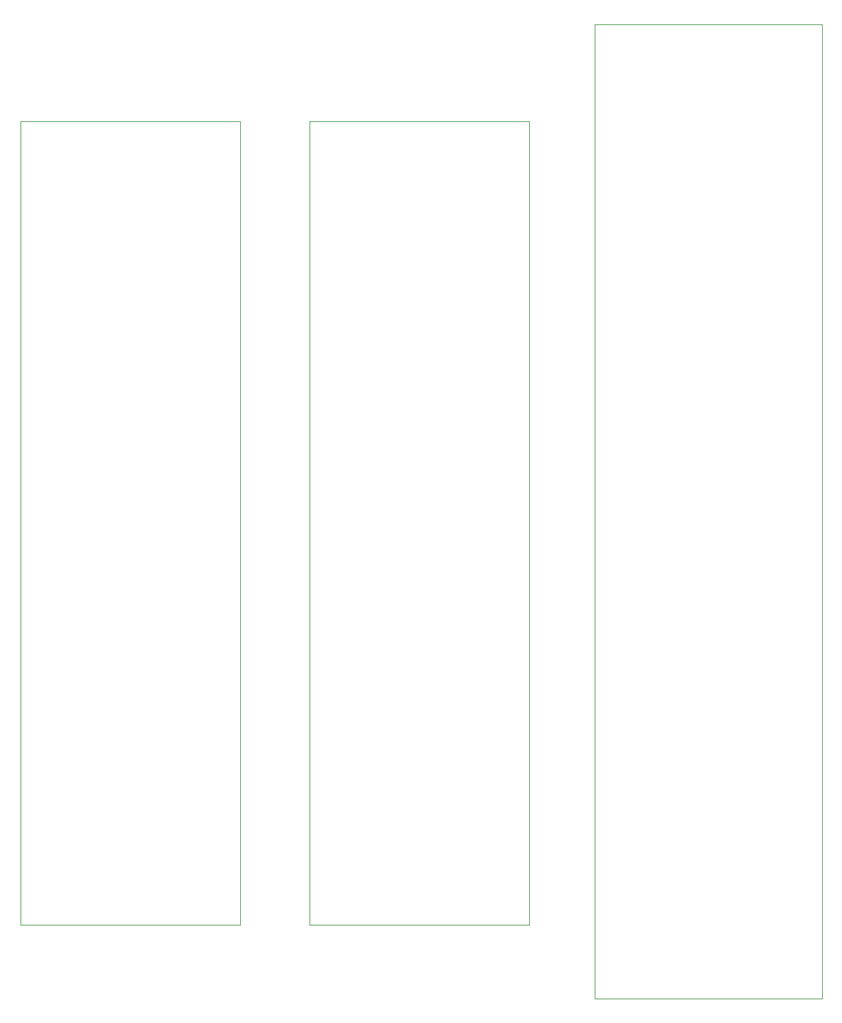
<source format=gbr>
%TF.GenerationSoftware,KiCad,Pcbnew,8.0.1-8.0.1-1~ubuntu22.04.1*%
%TF.CreationDate,2024-04-25T17:06:33+02:00*%
%TF.ProjectId,EuroClockMD,4575726f-436c-46f6-936b-4d442e6b6963,rev?*%
%TF.SameCoordinates,Original*%
%TF.FileFunction,Profile,NP*%
%FSLAX46Y46*%
G04 Gerber Fmt 4.6, Leading zero omitted, Abs format (unit mm)*
G04 Created by KiCad (PCBNEW 8.0.1-8.0.1-1~ubuntu22.04.1) date 2024-04-25 17:06:33*
%MOMM*%
%LPD*%
G01*
G04 APERTURE LIST*
%TA.AperFunction,Profile*%
%ADD10C,0.050000*%
%TD*%
G04 APERTURE END LIST*
D10*
X127740000Y-38100000D02*
X156740000Y-38100000D01*
X156740000Y-144100000D01*
X127740000Y-144100000D01*
X127740000Y-38100000D01*
X165840000Y-38100000D02*
X194840000Y-38100000D01*
X194840000Y-144100000D01*
X165840000Y-144100000D01*
X165840000Y-38100000D01*
X203440000Y-25349200D02*
X233440000Y-25349200D01*
X233440000Y-153849200D01*
X203440000Y-153849200D01*
X203440000Y-25349200D01*
M02*

</source>
